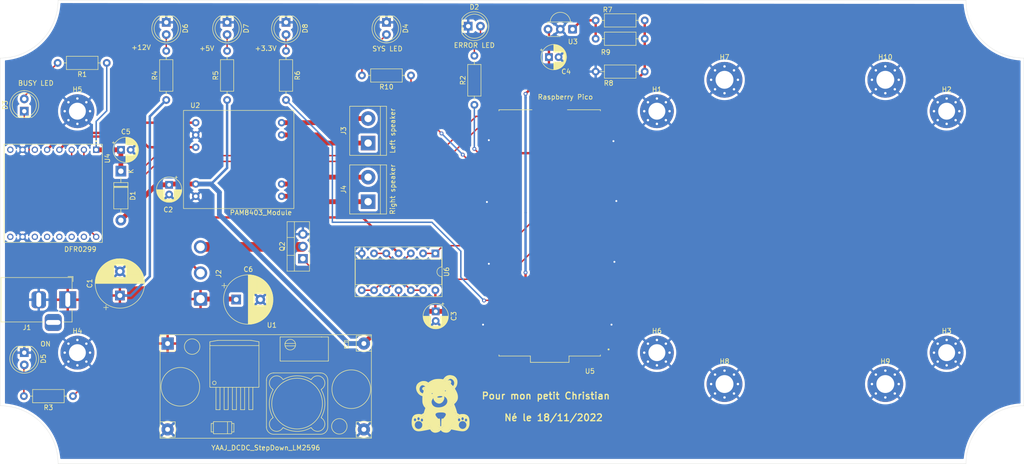
<source format=kicad_pcb>
(kicad_pcb (version 20211014) (generator pcbnew)
  (layers (0 "F.Cu" signal) (31 "B.Cu" signal) (34 "B.Paste" user) (35 "F.Paste" user) (36 "B.SilkS" user "B.Silkscreen") (37 "F.SilkS" user "F.Silkscreen") (38 "B.Mask" user) (39 "F.Mask" user) (44 "Edge.Cuts" user))
  (net 0 "")
  (net 1 "+4V")
  (net 2 "Net-(D2-Pad2)")
  (net 3 "Net-(J2-Pad3)")
  (net 4 "Net-(J3-Pad1)")
  (net 5 "IR_DATA")
  (net 7 "Net-(J3-Pad2)")
  (net 8 "Net-(J4-Pad1)")
  (net 9 "+3.3V")
  (net 16 "Net-(D3-Pad1)")
  (net 32 "WS2811_DATA_3V3")
  (net 35 "WS2811_DATA_5V")
  (net 43 "Net-(D4-Pad2)")
  (net 44 "+5V")
  (net 45 "+12V")
  (net 53 "Net-(J4-Pad2)")
  (net 54 "GND")
  (net 55 "Net-(U2-Pad3)")
  (net 56 "Net-(U2-Pad4)")
  (net 57 "UART_TX")
  (net 58 "UART_RX")
  (net 60 "FET_EN_5V")
  (net 61 "Net-(R2-Pad1)")
  (net 62 "Net-(R7-Pad1)")
  (net 63 "Net-(D5-Pad2)")
  (net 64 "Net-(D6-Pad2)")
  (net 65 "Net-(D7-Pad2)")
  (net 66 "Net-(D8-Pad2)")
  (net 72 "FET_EN_3V3")
  (net 73 "Net-(U6-Pad3)")
  (net 74 "Net-(U6-Pad10)")
  (net 75 "Net-(D3-Pad2)")
  (net 76 "Net-(R10-Pad1)")
  (footprint "LED_THT:LED_D5.0mm" (layer "F.Cu") (at 45 63 90)
    (fp_text reference "D3")
    (fp_text value "BUSY LED")
  )
  (footprint "LED_THT:LED_D5.0mm" (layer "F.Cu") (at 120 44.6 -90)
    (fp_text reference "D4")
    (fp_text value "SYS LED")
  )
  (footprint "Resistor_THT:R_Axial_DIN0207_L6.3mm_D2.5mm_P10.16mm_Horizontal" (layer "F.Cu") (at 87 60.68 90)
    (fp_text reference "R5")
    (fp_text value "3k")
  )
  (footprint "Resistor_THT:R_Axial_DIN0207_L6.3mm_D2.5mm_P10.16mm_Horizontal" (layer "F.Cu") (at 74.4 60.68 90)
    (fp_text reference "R4")
    (fp_text value "3k")
  )
  (footprint "Resistor_THT:R_Axial_DIN0207_L6.3mm_D2.5mm_P10.16mm_Horizontal" (layer "F.Cu") (at 138.2 61.68 90)
    (fp_text reference "R2")
    (fp_text value "1k")
  )
  (footprint "Package_DIP:DIP-14_W7.62mm_Socket" (layer "F.Cu") (at 130.125 92.45 -90)
    (fp_text reference "U6")
    (fp_text value "4011")
  )
  (footprint "LED_THT:LED_D5.0mm" (layer "F.Cu") (at 87 44.6 -90)
    (fp_text reference "D7")
    (fp_text value "+5V")
  )
  (footprint "OptoDevice:Vishay_MINICAST-3Pin" (layer "F.Cu") (at 158.54 46.025 180)
    (fp_text reference "U3")
    (fp_text value "TSOP1838B")
  )
  (footprint "Capacitor_THT:CP_Radial_D5.0mm_P2.00mm" (layer "F.Cu") (at 153.644888 51.8)
    (fp_text reference "C4")
    (fp_text value "1uF")
  )
  (footprint "Capacitor_THT:CP_Radial_D5.0mm_P2.00mm" (layer "F.Cu") (at 65.027401 71)
    (fp_text reference "C5")
    (fp_text value "100uF")
  )
  (footprint "Resistor_THT:R_Axial_DIN0207_L6.3mm_D2.5mm_P10.16mm_Horizontal" (layer "F.Cu") (at 55.08 122 180)
    (fp_text reference "R3")
    (fp_text value "3k")
  )
  (footprint "MountingHole:MountingHole_3.7mm_Pad_Via" (layer "F.Cu") (at 223.3 56.5)
    (fp_text reference "H10")
    (fp_text value "MountingHole_Pad")
  )
  (footprint "Resistor_THT:R_Axial_DIN0207_L6.3mm_D2.5mm_P10.16mm_Horizontal" (layer "F.Cu") (at 163.32 48)
    (fp_text reference "R9")
    (fp_text value "10k")
  )
  (footprint "Resistor_THT:R_Axial_DIN0207_L6.3mm_D2.5mm_P10.16mm_Horizontal" (layer "F.Cu") (at 125.08 55.6 180)
    (fp_text reference "R10")
    (fp_text value "1k")
  )
  (footprint "Capacitor_THT:CP_Radial_D5.0mm_P2.00mm" (layer "F.Cu") (at 130.2 104.444888 -90)
    (fp_text reference "C3")
    (fp_text value "1uF")
  )
  (footprint "LED_THT:LED_D5.0mm" (layer "F.Cu") (at 45 113 -90)
    (fp_text reference "D5")
    (fp_text value "ON")
  )
  (footprint "Diode_THT:D_DO-41_SOD81_P10.16mm_Horizontal" (layer "F.Cu") (at 65 75.42 -90)
    (fp_text reference "D1")
    (fp_text value "1N4001")
  )
  (footprint "Resistor_THT:R_Axial_DIN0207_L6.3mm_D2.5mm_P10.16mm_Horizontal" (layer "F.Cu") (at 62.08 53 180)
    (fp_text reference "R1")
    (fp_text value "1k")
  )
  (footprint "Raspberry Pico:Pico" (layer "F.Cu") (at 153.8 88.2 180)
    (fp_text reference "U5")
    (fp_text value "Raspberry Pico")
  )
  (footprint "MountingHole:MountingHole_3.7mm_Pad_Via" (layer "F.Cu") (at 223.3 119.5)
    (fp_text reference "H9")
    (fp_text value "MountingHole_Pad")
  )
  (footprint "MountingHole:MountingHole_3.5mm_Pad_Via" (layer "F.Cu") (at 236 63)
    (fp_text reference "H2")
    (fp_text value "MountingHole_Pad")
  )
  (footprint "MountingHole:MountingHole_3.7mm_Pad_Via" (layer "F.Cu") (at 190 56.5)
    (fp_text reference "H7")
    (fp_text value "MountingHole_Pad")
  )
  (footprint "MountingHole:MountingHole_3.5mm_Pad_Via" (layer "F.Cu") (at 236 113)
    (fp_text reference "H3")
    (fp_text value "MountingHole_Pad")
  )
  (footprint "LED_THT:LED_D5.0mm" (layer "F.Cu") (at 74.4 44.6 -90)
    (fp_text reference "D6")
    (fp_text value "+12V")
  )
  (footprint "Resistor_THT:R_Axial_DIN0207_L6.3mm_D2.5mm_P10.16mm_Horizontal" (layer "F.Cu") (at 163.32 44.2)
    (fp_text reference "R7")
    (fp_text value "10k")
  )
  (footprint "DFR0299:MODULE_DFR0299" (layer "F.Cu") (at 51 80 -90)
    (fp_text reference "U4")
    (fp_text value "DFR0299")
  )
  (footprint "MountingHole:MountingHole_3.5mm_Pad_Via" (layer "F.Cu") (at 56 63)
    (fp_text reference "H5")
    (fp_text value "MountingHole_Pad")
  )
  (footprint "LED_THT:LED_D5.0mm" (layer "F.Cu") (at 99.2 44.6 -90)
    (fp_text reference "D8")
    (fp_text value "+3.3V")
  )
  (footprint "MountingHole:MountingHole_3.7mm_Pad_Via" (layer "F.Cu") (at 190 119.5)
    (fp_text reference "H8")
    (fp_text value "MountingHole_Pad")
  )
  (footprint "MountingHole:MountingHole_3.5mm_Pad_Via" (layer "F.Cu") (at 56 113)
    (fp_text reference "H4")
    (fp_text value "MountingHole_Pad")
  )
  (footprint "TerminalBlock:TerminalBlock_bornier-2_P5.08mm" (layer "F.Cu") (at 116.2 69.6 90)
    (fp_text reference "J3")
    (fp_text value "Left speaker")
  )
  (footprint "Connector_Wire:SolderWire-1sqmm_1x03_P5.4mm_D1.4mm_OD2.7mm" (layer "F.Cu") (at 81.5 101.9 90)
    (fp_text reference "J2")
    (fp_text value "Conn_01x03_Female")
  )
  (footprint "Resistor_THT:R_Axial_DIN0207_L6.3mm_D2.5mm_P10.16mm_Horizontal" (layer "F.Cu") (at 99.2 50.52 -90)
    (fp_text reference "R6")
    (fp_text value "3k")
  )
  (footprint "MountingHole:MountingHole_3.5mm_Pad_Via" (layer "F.Cu") (at 176 63)
    (fp_text reference "H1")
    (fp_text value "MountingHole_Pad")
  )
  (footprint "Package_TO_SOT_THT:TO-220-3_Vertical" (layer "F.Cu") (at 102.695 93.54 90)
    (fp_text reference "Q2")
    (fp_text value "IRLB3813PBF")
  )
  (footprint "MountingHole:MountingHole_3.5mm_Pad_Via" (layer "F.Cu") (at 176 113)
    (fp_text reference "H6")
    (fp_text value "MountingHole_Pad")
  )
  (footprint "LOGO" (layer "F.Cu") (at 131.2 123.6)
    (fp_text reference "G***" hide)
    (fp_text value "LOGO" hide)
  )
  (footprint "TerminalBlock:TerminalBlock_bornier-2_P5.08mm" (layer "F.Cu") (at 116.2 81.74 90)
    (fp_text reference "J4")
    (fp_text value "Right speaker")
  )
  (footprint "Capacitor_THT:CP_Radial_D10.0mm_P5.00mm" (layer "F.Cu") (at 64.8 101.167677 90)
    (fp_text reference "C1")
    (fp_text value "1mF")
  )
  (footprint "FakeFire_footprint:PAM8403_Module" (layer "F.Cu") (at 80.51 65.38 -90)
    (fp_text reference "U2")
    (fp_text value "PAM8403_Module")
  )
  (footprint "Resistor_THT:R_Axial_DIN0207_L6.3mm_D2.5mm_P10.16mm_Horizontal" (layer "F.Cu") (at 173.48 54.8 180)
    (fp_text reference "R8")
    (fp_text value "10k")
  )
  (footprint "Connector_BarrelJack:BarrelJack_Horizontal" (layer "F.Cu") (at 54 102.0425)
    (fp_text reference "J1")
    (fp_text value "Barrel_Jack")
  )
  (footprint "Module_lm2596:YAAJ_DCDC_StepDown_LM2596" (layer "F.Cu") (at 74.68 111.11)
    (fp_text reference "U1")
    (fp_text value "YAAJ_DCDC_StepDown_LM2596")
  )
  (footprint "Capacitor_THT:CP_Radial_D5.0mm_P2.00mm" (layer "F.Cu") (at 75 78.244888 -90)
    (fp_text reference "C2")
    (fp_text value "100uF")
  )
  (footprint "Capacitor_THT:CP_Radial_D10.0mm_P5.00mm" (layer "F.Cu") (at 88.882323 102)
    (fp_text reference "C6")
    (fp_text value "1mF")
  )
  (footprint "LED_THT:LED_D5.0mm" (layer "F.Cu") (at 136.925 45.4)
    (fp_text reference "D2")
    (fp_text value "ERROR LED")
  )
  (gr_line (start 52 40) (end 240 40) (layer "Edge.Cuts") (width 0.05))
  (gr_line (start 252 52) (end 252 124) (layer "Edge.Cuts") (width 0.05))
  (gr_line (start 240 136) (end 52 136) (layer "Edge.Cuts") (width 0.05))
  (gr_line (start 40 124) (end 40 52) (layer "Edge.Cuts") (width 0.05))
  (gr_arc (start 240 136) (mid 243.514719 127.514719) (end 252 124) (layer "Edge.Cuts") (width 0.05))
  (gr_arc (start 40 124) (mid 48.485281 127.514719) (end 52 136) (layer "Edge.Cuts") (width 0.05))
  (gr_arc (start 52 40) (mid 48.485281 48.485281) (end 40 52) (layer "Edge.Cuts") (width 0.05))
  (gr_arc (start 252 52) (mid 243.514719 48.485281) (end 240 40) (layer "Edge.Cuts") (width 0.05))
  (gr_text "Pour mon petit Christian\n \n   Né le 18/11/2022" (at 153 124.2) (layer "F.SilkS") (effects (font (size 1.4 1.4) (thickness 0.25))))
  (segment (start 59.907 71) (end 59.89 70.983) (width 1) (layer "F.Cu") (net 1))
  (segment (start 64.277401 71) (end 59.907 71) (width 1) (layer "F.Cu") (net 1))
  (segment (start 65 75.42) (end 65 71.027401) (width 1) (layer "F.Cu") (net 1))
  (segment (start 65 71.027401) (end 65.027401 71) (width 1) (layer "F.Cu") (net 1))
  (segment (start 62.08 62.92) (end 62.08 53) (width 0.3) (layer "B.Cu") (net 1))
  (segment (start 59.89 65.11) (end 62.08 62.92) (width 0.3) (layer "B.Cu") (net 1))
  (segment (start 59.89 70.983) (end 59.89 65.11) (width 0.3) (layer "B.Cu") (net 1))
  (segment (start 138.2 48.6) (end 139.6 47.2) (width 0.3) (layer "F.Cu") (net 2))
  (segment (start 139.6 47.2) (end 139.465 47.065) (width 0.3) (layer "F.Cu") (net 2))
  (segment (start 138.2 51.52) (end 138.2 48.6) (width 0.3) (layer "F.Cu") (net 2))
  (segment (start 139.465 47.065) (end 139.465 45.4) (width 0.3) (layer "F.Cu") (net 2))
  (segment (start 81.5 91.1) (end 102.595 91.1) (width 2) (layer "F.Cu") (net 3))
  (segment (start 102.595 91.1) (end 102.695 91) (width 1) (layer "F.Cu") (net 3))
  (segment (start 107.4 69.6) (end 116.2 69.6) (width 1) (layer "F.Cu") (net 4))
  (segment (start 98.29 67.92) (end 105.72 67.92) (width 1) (layer "F.Cu") (net 4))
  (segment (start 105.72 67.92) (end 107.4 69.6) (width 1) (layer "F.Cu") (net 4))
  (segment (start 173.48 44.2) (end 173.48 54.8) (width 0.5) (layer "F.Cu") (net 5))
  (segment (start 169.68 58.6) (end 173.48 54.8) (width 0.5) (layer "F.Cu") (net 5))
  (segment (start 151.91 71.69) (end 165 58.6) (width 0.5) (layer "F.Cu") (net 5))
  (segment (start 144.11 71.69) (end 151.91 71.69) (width 0.5) (layer "F.Cu") (net 5))
  (segment (start 165 58.6) (end 169.68 58.6) (width 0.5) (layer "F.Cu") (net 5))
  (segment (start 107.08 64.52) (end 116.2 64.52) (width 1) (layer "F.Cu") (net 7))
  (segment (start 98.29 65.38) (end 106.22 65.38) (width 1) (layer "F.Cu") (net 7))
  (segment (start 106.22 65.38) (end 107.08 64.52) (width 1) (layer "F.Cu") (net 7))
  (segment (start 98.29 80.62) (end 105.22 80.62) (width 1) (layer "F.Cu") (net 8))
  (segment (start 105.22 80.62) (end 106.4 81.8) (width 1) (layer "F.Cu") (net 8))
  (segment (start 106.46 81.74) (end 116.2 81.74) (width 1) (layer "F.Cu") (net 8))
  (segment (start 106.4 81.8) (end 106.46 81.74) (width 1) (layer "F.Cu") (net 8))
  (segment (start 144.11 102.17) (end 140.23 102.17) (width 0.3) (layer "F.Cu") (net 9))
  (segment (start 140.23 102.17) (end 140.2 102.2) (width 0.3) (layer "F.Cu") (net 9))
  (via (at 140.2 102.2) (size 0.8) (drill 0.4) (layers "F.Cu" "B.Cu") (net 9))
  (segment (start 108.8 86) (end 108.8 70.28) (width 0.3) (layer "B.Cu") (net 9))
  (segment (start 129.4 86) (end 108.8 86) (width 0.3) (layer "B.Cu") (net 9))
  (segment (start 135.4 92) (end 129.4 86) (width 0.3) (layer "B.Cu") (net 9))
  (segment (start 135.4 97.4) (end 135.4 92) (width 0.3) (layer "B.Cu") (net 9))
  (segment (start 108.8 70.28) (end 99.2 60.68) (width 0.3) (layer "B.Cu") (net 9))
  (segment (start 140.2 102.2) (end 135.4 97.4) (width 0.3) (layer "B.Cu") (net 9))
  (segment (start 46 69) (end 46 79.75) (width 0.3) (layer "F.Cu") (net 16))
  (segment (start 45 63) (end 45 68) (width 0.3) (layer "F.Cu") (net 16))
  (segment (start 50.623 79.75) (end 59.89 89.017) (width 0.3) (layer "F.Cu") (net 16))
  (segment (start 45 68) (end 46 69) (width 0.3) (layer "F.Cu") (net 16))
  (segment (start 46 79.75) (end 50.623 79.75) (width 0.3) (layer "F.Cu") (net 16))
  (segment (start 157.8 69.4) (end 157.8 78.213539) (width 0.3) (layer "F.Cu") (net 32))
  (segment (start 131.722295 90.852705) (end 130.125 92.45) (width 0.3) (layer "F.Cu") (net 32))
  (segment (start 163.13 64.07) (end 157.8 69.4) (width 0.3) (layer "F.Cu") (net 32))
  (segment (start 163.49 64.07) (end 163.13 64.07) (width 0.3) (layer "F.Cu") (net 32))
  (segment (start 130.125 92.45) (end 127.585 92.45) (width 0.3) (layer "F.Cu") (net 32))
  (segment (start 145.160834 90.852705) (end 131.722295 90.852705) (width 0.3) (layer "F.Cu") (net 32))
  (segment (start 157.8 78.213539) (end 145.160834 90.852705) (width 0.3) (layer "F.Cu") (net 32))
  (segment (start 122.505 92.45) (end 115.055 85) (width 0.5) (layer "F.Cu") (net 35))
  (segment (start 76.6 88.8) (end 76.6 91.6) (width 0.5) (layer "F.Cu") (net 35))
  (segment (start 80.4 85) (end 76.6 88.8) (width 0.5) (layer "F.Cu") (net 35))
  (segment (start 115.055 85) (end 80.4 85) (width 0.5) (layer "F.Cu") (net 35))
  (segment (start 76.6 91.6) (end 81.5 96.5) (width 0.5) (layer "F.Cu") (net 35))
  (segment (start 114.92 52.22) (end 120 47.14) (width 0.3) (layer "F.Cu") (net 43))
  (segment (start 114.92 55.6) (end 114.92 52.22) (width 0.3) (layer "F.Cu") (net 43))
  (segment (start 115.32 111.11) (end 121.985112 104.444888) (width 1) (layer "F.Cu") (net 44))
  (segment (start 133.644888 104.444888) (end 130.2 104.444888) (width 1) (layer "F.Cu") (net 44))
  (segment (start 153.644888 51.8) (end 153.644888 46.209888) (width 0.5) (layer "F.Cu") (net 44))
  (segment (start 148.8 59.4) (end 153.644888 54.555112) (width 0.5) (layer "F.Cu") (net 44))
  (segment (start 153.644888 54.555112) (end 153.644888 51.8) (width 0.5) (layer "F.Cu") (net 44))
  (segment (start 148.6 110.2) (end 148.8 110) (width 0.5) (layer "F.Cu") (net 44))
  (segment (start 75.164888 78.08) (end 75 78.244888) (width 1) (layer "F.Cu") (net 44))
  (segment (start 144.11 112.33) (end 141.53 112.33) (width 1) (layer "F.Cu") (net 44))
  (segment (start 130.125 104.369888) (end 130.2 104.444888) (width 0.5) (layer "F.Cu") (net 44))
  (segment (start 141.53 112.33) (end 133.644888 104.444888) (width 1) (layer "F.Cu") (net 44))
  (segment (start 153.644888 46.209888) (end 153.46 46.025) (width 0.5) (layer "F.Cu") (net 44))
  (segment (start 130.125 100.07) (end 130.125 104.369888) (width 0.5) (layer "F.Cu") (net 44))
  (segment (start 144.11 112.33) (end 146.47 112.33) (width 0.5) (layer "F.Cu") (net 44))
  (segment (start 146.47 112.33) (end 148.6 110.2) (width 0.5) (layer "F.Cu") (net 44))
  (segment (start 75 78.244888) (end 72.335112 78.244888) (width 1) (layer "F.Cu") (net 44))
  (segment (start 121.985112 104.444888) (end 130.2 104.444888) (width 1) (layer "F.Cu") (net 44))
  (segment (start 148.8 110) (end 148.8 96.4) (width 0.5) (layer "F.Cu") (net 44))
  (segment (start 80.51 78.08) (end 75.164888 78.08) (width 1) (layer "F.Cu") (net 44))
  (segment (start 72.335112 78.244888) (end 65 85.58) (width 1) (layer "F.Cu") (net 44))
  (via (at 148.8 96.4) (size 0.8) (drill 0.4) (layers "F.Cu" "B.Cu") (net 44))
  (via (at 148.8 59.4) (size 0.8) (drill 0.4) (layers "F.Cu" "B.Cu") (net 44))
  (segment (start 148.8 96.4) (end 148.8 84) (width 0.5) (layer "B.Cu") (net 44))
  (segment (start 83.68 78.08) (end 80.51 78.08) (width 1) (layer "B.Cu") (net 44))
  (segment (start 87 74.76) (end 87 60.68) (width 0.5) (layer "B.Cu") (net 44))
  (segment (start 85.4 79.8) (end 83.68 78.08) (width 1) (layer "B.Cu") (net 44))
  (segment (start 115.32 111.11) (end 112.11 111.11) (width 1) (layer "B.Cu") (net 44))
  (segment (start 83.68 78.08) (end 87 74.76) (width 0.5) (layer "B.Cu") (net 44))
  (segment (start 85.4 84.4) (end 85.4 79.8) (width 1) (layer "B.Cu") (net 44))
  (segment (start 112.11 111.11) (end 85.4 84.4) (width 1) (layer "B.Cu") (net 44))
  (segment (start 148.8 84) (end 148.8 60.2) (width 0.5) (layer "B.Cu") (net 44))
  (segment (start 148.8 60.2) (end 148.8 59.4) (width 0.5) (layer "B.Cu") (net 44))
  (segment (start 88.782323 101.9) (end 88.882323 102) (width 1) (layer "F.Cu") (net 45))
  (segment (start 60.697677 116.382323) (end 55.08 122) (width 0.3) (layer "F.Cu") (net 45))
  (segment (start 65 116.382323) (end 60.697677 116.382323) (width 0.3) (layer "F.Cu") (net 45))
  (segment (start 81.5 101.9) (end 88.782323 101.9) (width 1) (layer "F.Cu") (net 45))
  (segment (start 67.032323 101.167677) (end 71 97.2) (width 0.5) (layer "B.Cu") (net 45))
  (segment (start 71 64.08) (end 74.4 60.68) (width 0.5) (layer "B.Cu") (net 45))
  (segment (start 71 97.2) (end 71 64.08) (width 0.5) (layer "B.Cu") (net 45))
  (segment (start 64.8 101.167677) (end 67.032323 101.167677) (width 0.5) (layer "B.Cu") (net 45))
  (segment (start 106.26 76.66) (end 116.2 76.66) (width 1) (layer "F.Cu") (net 53))
  (segment (start 104.72 78.08) (end 106.2 76.6) (width 1) (layer "F.Cu") (net 53))
  (segment (start 106.2 76.6) (end 106.26 76.66) (width 1) (layer "F.Cu") (net 53))
  (segment (start 98.29 78.08) (end 104.72 78.08) (width 1) (layer "F.Cu") (net 53))
  (segment (start 166.55 107.25) (end 166.6 107.2) (width 0.3) (layer "F.Cu") (net 54))
  (segment (start 166.85 94.55) (end 167.2 94.2) (width 0.3) (layer "F.Cu") (net 54))
  (segment (start 163.49 94.55) (end 166.85 94.55) (width 0.3) (layer "F.Cu") (net 54))
  (segment (start 141.35 69.15) (end 141.2 69) (width 0.3) (layer "F.Cu") (net 54))
  (segment (start 163.49 69.15) (end 166.95 69.15) (width 0.3) (layer "F.Cu") (net 54))
  (segment (start 140.85 81.85) (end 140.8 81.8) (width 0.3) (layer "F.Cu") (net 54))
  (segment (start 144.11 94.55) (end 141.25 94.55) (width 0.3) (layer "F.Cu") (net 54))
  (segment (start 144.11 69.15) (end 141.35 69.15) (width 0.3) (layer "F.Cu") (net 54))
  (segment (start 163.49 107.25) (end 166.55 107.25) (width 0.3) (layer "F.Cu") (net 54))
  (segment (start 144.11 107.25) (end 144.06 107.2) (width 0.3) (layer "F.Cu") (net 54))
  (segment (start 163.49 81.85) (end 167.35 81.85) (width 0.3) (layer "F.Cu") (net 54))
  (segment (start 144.06 107.2) (end 140 107.2) (width 0.3) (layer "F.Cu") (net 54))
  (segment (start 166.95 69.15) (end 167 69.2) (width 0.3) (layer "F.Cu") (net 54))
  (segment (start 167.35 81.85) (end 167.6 81.6) (width 0.3) (layer "F.Cu") (net 54))
  (segment (start 141.25 94.55) (end 141.2 94.6) (width 0.3) (layer "F.Cu") (net 54))
  (segment (start 144.11 81.85) (end 140.85 81.85) (width 0.3) (layer "F.Cu") (net 54))
  (via (at 141.2 69) (size 0.8) (drill 0.4) (layers "F.Cu" "B.Cu") (net 54))
  (via (at 140.8 81.8) (size 0.8) (drill 0.4) (layers "F.Cu" "B.Cu") (net 54))
  (via (at 141.2 94.6) (size 0.8) (drill 0.4) (layers "F.Cu" "B.Cu") (net 54))
  (via (at 140 107.2) (size 0.8) (drill 0.4) (layers "F.Cu" "B.Cu") (net 54))
  (via (at 167.6 81.6) (size 0.8) (drill 0.4) (layers "F.Cu" "B.Cu") (net 54))
  (via (at 167 69.2) (size 0.8) (drill 0.4) (layers "F.Cu" "B.Cu") (net 54))
  (via (at 167.2 94.2) (size 0.8) (drill 0.4) (layers "F.Cu" "B.Cu") (net 54))
  (via (at 166.6 107.2) (size 0.8) (drill 0.4) (layers "F.Cu" "B.Cu") (net 54))
  (segment (start 49.73 70.983) (end 53.213 67.5) (width 0.5) (layer "F.Cu") (net 55))
  (segment (start 53.213 67.5) (end 60.75 67.5) (width 0.5) (layer "F.Cu") (net 55))
  (segment (start 62.87 65.38) (end 80.51 65.38) (width 0.5) (layer "F.Cu") (net 55))
  (segment (start 60.75 67.5) (end 62.87 65.38) (width 0.5) (layer "F.Cu") (net 55))
  (segment (start 70.71 70.46) (end 80.51 70.46) (width 0.5) (layer "F.Cu") (net 56))
  (segment (start 52.27 70.983) (end 55.003 68.25) (width 0.5) (layer "F.Cu") (net 56))
  (segment (start 68.5 68.25) (end 70.71 70.46) (width 0.5) (layer "F.Cu") (net 56))
  (segment (start 55.003 68.25) (end 68.5 68.25) (width 0.5) (layer "F.Cu") (net 56))
  (segment (start 138.53 64.07) (end 130.4 72.2) (width 0.3) (layer "F.Cu") (net 57))
  (segment (start 72.2 72.2) (end 66 78.4) (width 0.3) (layer "F.Cu") (net 57))
  (segment (start 66 78.4) (end 62.4 78.4) (width 0.3) (layer "F.Cu") (net 57))
  (segment (start 144.11 64.07) (end 138.53 64.07) (width 0.3) (layer "F.Cu") (net 57))
  (segment (start 57.35 73.35) (end 57.35 70.983) (width 0.3) (layer "F.Cu") (net 57))
  (segment (start 62.4 78.4) (end 57.35 73.35) (width 0.3) (layer "F.Cu") (net 57))
  (segment (start 130.4 72.2) (end 72.2 72.2) (width 0.3) (layer "F.Cu") (net 57))
  (segment (start 138.79 66.61) (end 144.11 66.61) (width 0.3) (layer "F.Cu") (net 58))
  (segment (start 62.8 80.2) (end 66 80.2) (width 0.3) (layer "F.Cu") (net 58))
  (segment (start 54.81 72.21) (end 62.8 80.2) (width 0.3) (layer "F.Cu") (net 58))
  (segment (start 72.8 73.4) (end 132 73.4) (width 0.3) (layer "F.Cu") (net 58))
  (segment (start 54.81 70.983) (end 54.81 72.21) (width 0.3) (layer "F.Cu") (net 58))
  (segment (start 132 73.4) (end 138.79 66.61) (width 0.3) (layer "F.Cu") (net 58))
  (segment (start 66 80.2) (end 72.8 73.4) (width 0.3) (layer "F.Cu") (net 58))
  (segment (start 122.505 101.995) (end 122.25 102.25) (width 0.3) (layer "F.Cu") (net 60))
  (segment (start 111.25 102.25) (end 102.695 93.695) (width 0.3) (layer "F.Cu") (net 60))
  (segment (start 122.505 100.07) (end 122.505 101.995) (width 0.3) (layer "F.Cu") (net 60))
  (segment (start 102.695 93.695) (end 102.695 93.54) (width 0.3) (layer "F.Cu") (net 60))
  (segment (start 122.25 102.25) (end 111.25 102.25) (width 0.3) (layer "F.Cu") (net 60))
  (segment (start 141.63 74.23) (end 138.2 70.8) (width 0.3) (layer "F.Cu") (net 61))
  (segment (start 144.11 74.23) (end 141.63 74.23) (width 0.3) (layer "F.Cu") (net 61))
  (via (at 138.2 70.8) (size 0.8) (drill 0.4) (layers "F.Cu" "B.Cu") (net 61))
  (segment (start 138.2 70.8) (end 138.2 61.68) (width 0.3) (layer "B.Cu") (net 61))
  (segment (start 163.32 44.2) (end 163.32 48) (width 0.5) (layer "F.Cu") (net 62))
  (segment (start 158.54 46.025) (end 160.365 44.2) (width 0.5) (layer "F.Cu") (net 62))
  (segment (start 160.365 44.2) (end 163.32 44.2) (width 0.5) (layer "F.Cu") (net 62))
  (segment (start 44.92 115.62) (end 45 115.54) (width 0.3) (layer "F.Cu") (net 63))
  (segment (start 44.92 122) (end 44.92 115.62) (width 0.3) (layer "F.Cu") (net 63))
  (segment (start 74.4 50.52) (end 74.4 47.14) (width 0.3) (layer "F.Cu") (net 64))
  (segment (start 87 50.52) (end 87 47.14) (width 0.3) (layer "F.Cu") (net 65))
  (segment (start 99.2 50.52) (end 99.2 47.14) (width 0.3) (layer "F.Cu") (net 66))
  (segment (start 146.265001 95.934999) (end 159.4 82.8) (width 0.3) (layer "F.Cu") (net 72))
  (segment (start 140.465001 95.934999) (end 146.265001 95.934999) (width 0.3) (layer "F.Cu") (net 72))
  (segment (start 114.885 100.07) (end 117.425 100.07) (width 0.3) (layer "F.Cu") (net 72))
  (segment (start 161.99 66.61) (end 163.49 66.61) (width 0.3) (layer "F.Cu") (net 72))
  (segment (start 117.425 100.07) (end 119.695 97.8) (width 0.3) (layer "F.Cu") (net 72))
  (segment (start 159.4 69.2) (end 161.99 66.61) (width 0.3) (layer "F.Cu") (net 72))
  (segment (start 119.695 97.8) (end 138.6 97.8) (width 0.3) (layer "F.Cu") (net 72))
  (segment (start 159.4 82.8) (end 159.4 69.2) (width 0.3) (layer "F.Cu") (net 72))
  (segment (start 138.6 97.8) (end 140.465001 95.934999) (width 0.3) (layer "F.Cu") (net 72))
  (segment (start 119.965 92.45) (end 121.515 94) (width 0.3) (layer "F.Cu") (net 73))
  (segment (start 123.495 94) (end 125.045 92.45) (width 0.3) (layer "F.Cu") (net 73))
  (segment (start 119.965 92.45) (end 117.425 92.45) (width 0.3) (layer "F.Cu") (net 73))
  (segment (start 121.515 94) (end 123.495 94) (width 0.3) (layer "F.Cu") (net 73))
  (segment (start 123.475 98.5) (end 121.535 98.5) (width 0.3) (layer "F.Cu") (net 74))
  (segment (start 125.045 100.07) (end 123.475 98.5) (width 0.3) (layer "F.Cu") (net 74))
  (segment (start 125.045 100.07) (end 127.585 100.07) (width 0.3) (layer "F.Cu") (net 74))
  (segment (start 121.535 98.5) (end 119.965 100.07) (width 0.3) (layer "F.Cu") (net 74))
  (segment (start 45 59.92) (end 45 60.46) (width 0.3) (layer "F.Cu") (net 75))
  (segment (start 51.92 53) (end 45 59.92) (width 0.3) (layer "F.Cu") (net 75))
  (segment (start 140.57 76.77) (end 135.8 72) (width 0.3) (layer "F.Cu") (net 76))
  (segment (start 144.11 76.77) (end 140.57 76.77) (width 0.3) (layer "F.Cu") (net 76))
  (segment (start 131.4 67.6) (end 125.08 61.28) (width 0.3) (layer "F.Cu") (net 76))
  (segment (start 125.08 61.28) (end 125.08 55.6) (width 0.3) (layer "F.Cu") (net 76))
  (via (at 135.8 72) (size 0.8) (drill 0.4) (layers "F.Cu" "B.Cu") (net 76))
  (via (at 131.4 67.6) (size 0.8) (drill 0.4) (layers "F.Cu" "B.Cu") (net 76))
  (segment (start 135.8 72) (end 131.4 67.6) (width 0.3) (layer "B.Cu") (net 76))
  (zone (net 45) (net_name "+12V") (layer "F.Cu") (connect_pads (clearance 0.508)) (min_thickness 0.254) (fill yes (thermal_gap 0.508) (thermal_bridge_width 0.508) (smoothing fillet) (radius 2))
    (polygon (pts (xy 74.75 99.25) (xy 85.75 99.25) (xy 85.75 119) (xy 74.25 119) (xy 62.734757 118.862805) (xy 60.75 118.75) (xy 60.75 115.75) (xy 60.767025 108.259264) (xy 54.25 108.25) (xy 54.25 104.75) (xy 51.25 104.25) (xy 51 99.25)))
  )
  (zone (net 54) (net_name "GND") (layer "B.Cu") (connect_pads (clearance 0.508)) (min_thickness 0.254) (fill yes (thermal_gap 0.508) (thermal_bridge_width 0.508))
    (polygon (pts (xy 251.3 40.8) (xy 251.3 135) (xy 41 135) (xy 41 40.6)))
  )
)
</source>
